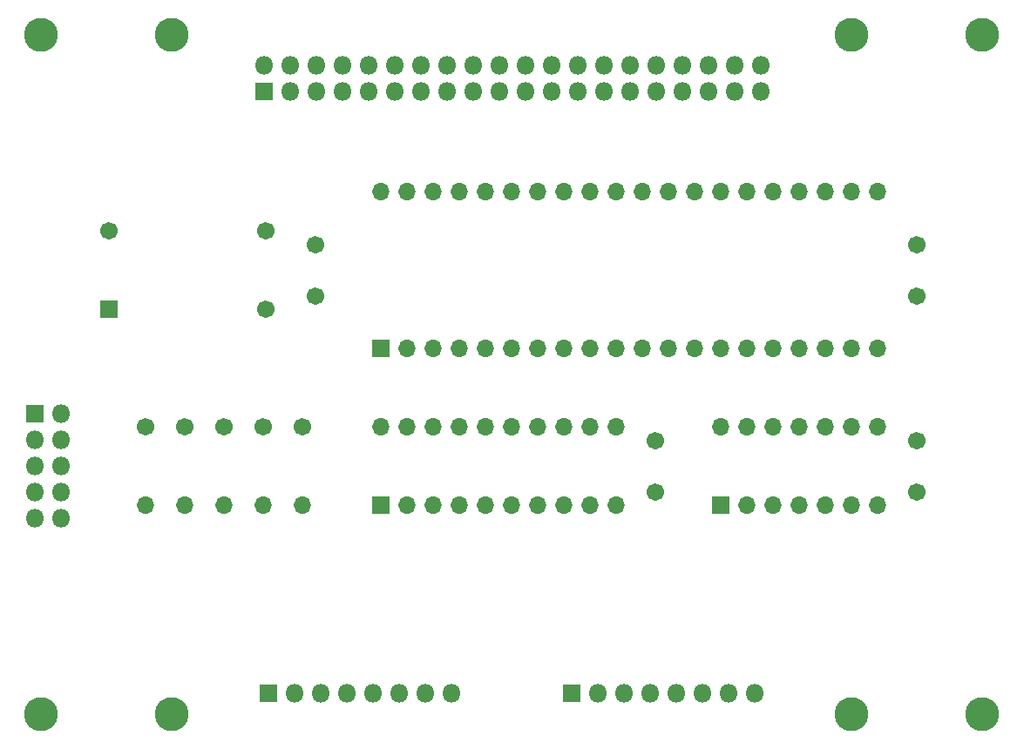
<source format=gts>
%TF.GenerationSoftware,KiCad,Pcbnew,(5.0.0)*%
%TF.CreationDate,2018-10-23T17:27:05+02:00*%
%TF.ProjectId,S80 Serial,5338302053657269616C2E6B69636164,1.0*%
%TF.SameCoordinates,Original*%
%TF.FileFunction,Soldermask,Top*%
%TF.FilePolarity,Negative*%
%FSLAX46Y46*%
G04 Gerber Fmt 4.6, Leading zero omitted, Abs format (unit mm)*
G04 Created by KiCad (PCBNEW (5.0.0)) date 10/23/18 17:27:05*
%MOMM*%
%LPD*%
G01*
G04 APERTURE LIST*
%ADD10C,1.701600*%
%ADD11O,1.701600X1.701600*%
%ADD12C,3.301600*%
%ADD13R,1.701600X1.701600*%
%ADD14R,1.801600X1.801600*%
%ADD15O,1.801600X1.801600*%
G04 APERTURE END LIST*
D10*
X114300000Y-109220000D03*
D11*
X114300000Y-116840000D03*
D12*
X195580000Y-137160000D03*
X182880000Y-137160000D03*
X104140000Y-137160000D03*
X116840000Y-137160000D03*
X182880000Y-71120000D03*
X195580000Y-71120000D03*
X116840000Y-71120000D03*
X104140000Y-71120000D03*
D13*
X137160000Y-101600000D03*
D11*
X185420000Y-86360000D03*
X139700000Y-101600000D03*
X182880000Y-86360000D03*
X142240000Y-101600000D03*
X180340000Y-86360000D03*
X144780000Y-101600000D03*
X177800000Y-86360000D03*
X147320000Y-101600000D03*
X175260000Y-86360000D03*
X149860000Y-101600000D03*
X172720000Y-86360000D03*
X152400000Y-101600000D03*
X170180000Y-86360000D03*
X154940000Y-101600000D03*
X167640000Y-86360000D03*
X157480000Y-101600000D03*
X165100000Y-86360000D03*
X160020000Y-101600000D03*
X162560000Y-86360000D03*
X162560000Y-101600000D03*
X160020000Y-86360000D03*
X165100000Y-101600000D03*
X157480000Y-86360000D03*
X167640000Y-101600000D03*
X154940000Y-86360000D03*
X170180000Y-101600000D03*
X152400000Y-86360000D03*
X172720000Y-101600000D03*
X149860000Y-86360000D03*
X175260000Y-101600000D03*
X147320000Y-86360000D03*
X177800000Y-101600000D03*
X144780000Y-86360000D03*
X180340000Y-101600000D03*
X142240000Y-86360000D03*
X182880000Y-101600000D03*
X139700000Y-86360000D03*
X185420000Y-101600000D03*
X137160000Y-86360000D03*
D14*
X125755400Y-76631800D03*
D15*
X125755400Y-74091800D03*
X128295400Y-76631800D03*
X128295400Y-74091800D03*
X130835400Y-76631800D03*
X130835400Y-74091800D03*
X133375400Y-76631800D03*
X133375400Y-74091800D03*
X135915400Y-76631800D03*
X135915400Y-74091800D03*
X138455400Y-76631800D03*
X138455400Y-74091800D03*
X140995400Y-76631800D03*
X140995400Y-74091800D03*
X143535400Y-76631800D03*
X143535400Y-74091800D03*
X146075400Y-76631800D03*
X146075400Y-74091800D03*
X148615400Y-76631800D03*
X148615400Y-74091800D03*
X151155400Y-76631800D03*
X151155400Y-74091800D03*
X153695400Y-76631800D03*
X153695400Y-74091800D03*
X156235400Y-76631800D03*
X156235400Y-74091800D03*
X158775400Y-76631800D03*
X158775400Y-74091800D03*
X161315400Y-76631800D03*
X161315400Y-74091800D03*
X163855400Y-76631800D03*
X163855400Y-74091800D03*
X166395400Y-76631800D03*
X166395400Y-74091800D03*
X168935400Y-76631800D03*
X168935400Y-74091800D03*
X171475400Y-76631800D03*
X171475400Y-74091800D03*
X174015400Y-76631800D03*
X174015400Y-74091800D03*
X144018000Y-135153400D03*
X141478000Y-135153400D03*
X138938000Y-135153400D03*
X136398000Y-135153400D03*
X133858000Y-135153400D03*
X131318000Y-135153400D03*
X128778000Y-135153400D03*
D14*
X126238000Y-135153400D03*
D15*
X173456600Y-135153400D03*
X170916600Y-135153400D03*
X168376600Y-135153400D03*
X165836600Y-135153400D03*
X163296600Y-135153400D03*
X160756600Y-135153400D03*
X158216600Y-135153400D03*
D14*
X155676600Y-135153400D03*
D10*
X189230000Y-96520000D03*
X189230000Y-91520000D03*
X163830000Y-110570000D03*
X163830000Y-115570000D03*
X189230000Y-115570000D03*
X189230000Y-110570000D03*
X130810000Y-96520000D03*
X130810000Y-91520000D03*
D11*
X170180000Y-109220000D03*
X185420000Y-116840000D03*
X172720000Y-109220000D03*
X182880000Y-116840000D03*
X175260000Y-109220000D03*
X180340000Y-116840000D03*
X177800000Y-109220000D03*
X177800000Y-116840000D03*
X180340000Y-109220000D03*
X175260000Y-116840000D03*
X182880000Y-109220000D03*
X172720000Y-116840000D03*
X185420000Y-109220000D03*
D13*
X170180000Y-116840000D03*
X137160000Y-116840000D03*
D11*
X160020000Y-109220000D03*
X139700000Y-116840000D03*
X157480000Y-109220000D03*
X142240000Y-116840000D03*
X154940000Y-109220000D03*
X144780000Y-116840000D03*
X152400000Y-109220000D03*
X147320000Y-116840000D03*
X149860000Y-109220000D03*
X149860000Y-116840000D03*
X147320000Y-109220000D03*
X152400000Y-116840000D03*
X144780000Y-109220000D03*
X154940000Y-116840000D03*
X142240000Y-109220000D03*
X157480000Y-116840000D03*
X139700000Y-109220000D03*
X160020000Y-116840000D03*
X137160000Y-109220000D03*
D13*
X110744000Y-97790000D03*
D10*
X110744000Y-90170000D03*
X125984000Y-90170000D03*
X125984000Y-97790000D03*
D11*
X129540000Y-116840000D03*
D10*
X129540000Y-109220000D03*
X125730000Y-109220000D03*
D11*
X125730000Y-116840000D03*
D10*
X121920000Y-109220000D03*
D11*
X121920000Y-116840000D03*
X118110000Y-116840000D03*
D10*
X118110000Y-109220000D03*
D14*
X103505000Y-107950000D03*
D15*
X106045000Y-107950000D03*
X103505000Y-110490000D03*
X106045000Y-110490000D03*
X103505000Y-113030000D03*
X106045000Y-113030000D03*
X103505000Y-115570000D03*
X106045000Y-115570000D03*
X103505000Y-118110000D03*
X106045000Y-118110000D03*
M02*

</source>
